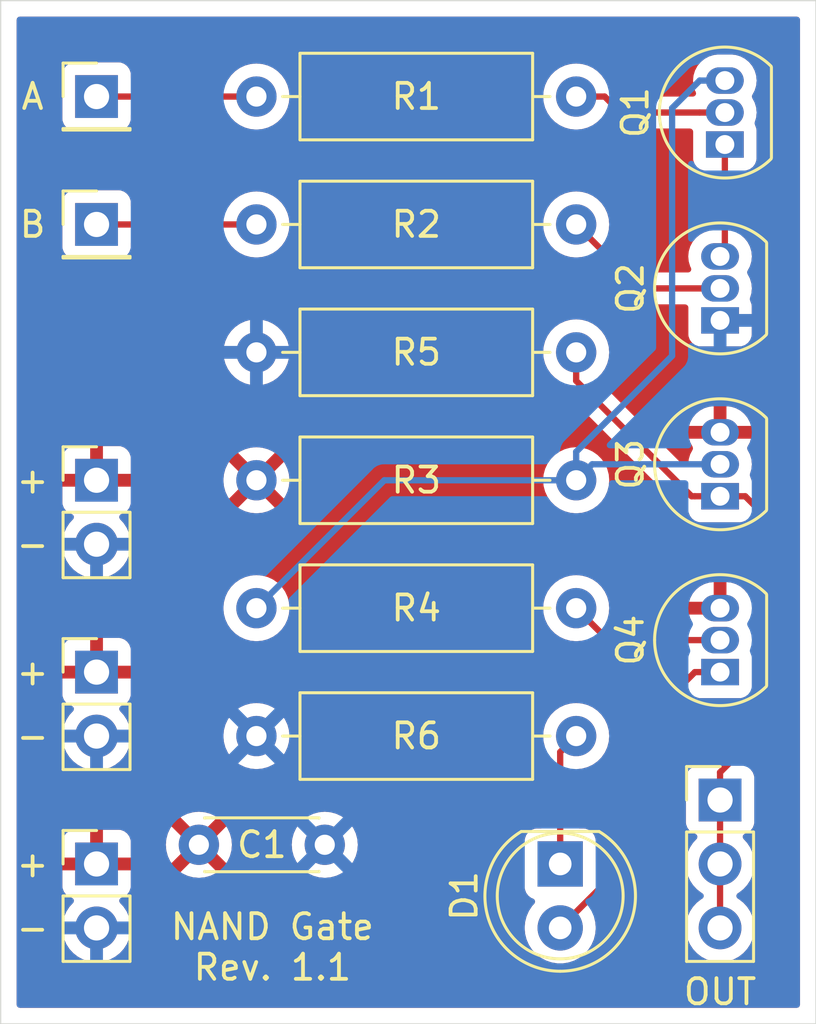
<source format=kicad_pcb>
(kicad_pcb (version 20221018) (generator pcbnew)
  (layers (0 "F.Cu" signal) (31 "B.Cu" signal) (34 "B.Paste" user) (35 "F.Paste" user) (36 "B.SilkS" user "B.Silkscreen") (37 "F.SilkS" user "F.Silkscreen") (38 "B.Mask" user) (39 "F.Mask" user) (44 "Edge.Cuts" user))
  (net 0 "")
  (net 1 "Net-(D1-K)")
  (net 2 "Net-(D1-A)")
  (net 3 "VCC")
  (net 4 "GND")
  (net 5 "Net-(J2-Pin_1)")
  (net 6 "Net-(J3-Pin_1)")
  (net 7 "Net-(J6-Pin_1)")
  (net 8 "Net-(Q1-B)")
  (net 9 "Net-(Q1-C)")
  (net 10 "Net-(Q1-E)")
  (net 11 "Net-(Q2-B)")
  (net 12 "Net-(Q4-B)")
  (footprint "Capacitor_THT:C_Disc_D4.3mm_W1.9mm_P5.00mm" (layer "F.Cu") (at 68.834 99.568)
    (fp_text reference "C1" (at 2.5 0) (layer "F.SilkS"))
    (fp_text value "0.1uF")
    (fp_line (start 0.23 -1.07) (end 0.23 -1.055) (stroke (width 0.12)) (layer "F.SilkS"))
    (fp_line (start 0.23 -1.07) (end 4.77 -1.07) (stroke (width 0.12)) (layer "F.SilkS"))
    (fp_line (start 0.23 1.055) (end 0.23 1.07) (stroke (width 0.12)) (layer "F.SilkS"))
    (fp_line (start 0.23 1.07) (end 4.77 1.07) (stroke (width 0.12)) (layer "F.SilkS"))
    (fp_line (start 4.77 -1.07) (end 4.77 -1.055) (stroke (width 0.12)) (layer "F.SilkS"))
    (fp_line (start 4.77 1.055) (end 4.77 1.07) (stroke (width 0.12)) (layer "F.SilkS"))
    (pad "1" thru_hole circle (at 0 0) (size 1.6 1.6) (drill 0.8) (layers "*.Cu" "*.Mask") (net 3 "VCC"))
    (pad "2" thru_hole circle (at 5 0) (size 1.6 1.6) (drill 0.8) (layers "*.Cu" "*.Mask") (net 4 "GND"))
  )
  (footprint "LED_THT:LED_D5.0mm" (layer "F.Cu") (at 83.185 100.33 -90)
    (fp_text reference "D1" (at 1.27 3.81 -90) (layer "F.SilkS"))
    (fp_text value "RED")
    (fp_line (start -1.29 -1.545) (end -1.29 1.545) (stroke (width 0.12)) (layer "F.SilkS"))
    (fp_arc (start -1.29 -1.54483) (mid 2.072002 -2.880433) (end 4.26 0.000462) (stroke (width 0.12)) (layer "F.SilkS"))
    (fp_arc (start 4.26 -0.000462) (mid 2.072002 2.880433) (end -1.29 1.54483) (stroke (width 0.12)) (layer "F.SilkS"))
    (fp_circle (center 1.27 0) (end 3.77 0) (stroke (width 0.12)) (fill none) (layer "F.SilkS"))
    (pad "1" thru_hole rect (at 0 0 270) (size 1.8 1.8) (drill 0.9) (layers "*.Cu" "*.Mask") (net 1 "Net-(D1-K)"))
    (pad "2" thru_hole circle (at 2.54 0 270) (size 1.8 1.8) (drill 0.9) (layers "*.Cu" "*.Mask") (net 2 "Net-(D1-A)"))
  )
  (footprint "Connector_PinHeader_2.54mm:PinHeader_1x02_P2.54mm_Vertical" (layer "F.Cu") (at 64.77 85.09)
    (fp_text reference "J1" hide)
    (fp_text value "Power")
    (fp_line (start -1.33 -1.33) (end 0 -1.33) (stroke (width 0.12)) (layer "F.SilkS"))
    (fp_line (start -1.33 0) (end -1.33 -1.33) (stroke (width 0.12)) (layer "F.SilkS"))
    (fp_line (start -1.33 1.27) (end -1.33 3.87) (stroke (width 0.12)) (layer "F.SilkS"))
    (fp_line (start -1.33 1.27) (end 1.33 1.27) (stroke (width 0.12)) (layer "F.SilkS"))
    (fp_line (start -1.33 3.87) (end 1.33 3.87) (stroke (width 0.12)) (layer "F.SilkS"))
    (fp_line (start 1.33 1.27) (end 1.33 3.87) (stroke (width 0.12)) (layer "F.SilkS"))
    (pad "1" thru_hole rect (at 0 0) (size 1.7 1.7) (drill 1) (layers "*.Cu" "*.Mask") (net 3 "VCC"))
    (pad "2" thru_hole oval (at 0 2.54) (size 1.7 1.7) (drill 1) (layers "*.Cu" "*.Mask") (net 4 "GND"))
  )
  (footprint "Connector_PinHeader_2.54mm:PinHeader_1x02_P2.54mm_Vertical" (layer "F.Cu") (at 64.77 92.71)
    (fp_text reference "J4" hide)
    (fp_text value "Power")
    (fp_line (start -1.33 -1.33) (end 0 -1.33) (stroke (width 0.12)) (layer "F.SilkS"))
    (fp_line (start -1.33 0) (end -1.33 -1.33) (stroke (width 0.12)) (layer "F.SilkS"))
    (fp_line (start -1.33 1.27) (end -1.33 3.87) (stroke (width 0.12)) (layer "F.SilkS"))
    (fp_line (start -1.33 1.27) (end 1.33 1.27) (stroke (width 0.12)) (layer "F.SilkS"))
    (fp_line (start -1.33 3.87) (end 1.33 3.87) (stroke (width 0.12)) (layer "F.SilkS"))
    (fp_line (start 1.33 1.27) (end 1.33 3.87) (stroke (width 0.12)) (layer "F.SilkS"))
    (pad "1" thru_hole rect (at 0 0) (size 1.7 1.7) (drill 1) (layers "*.Cu" "*.Mask") (net 3 "VCC"))
    (pad "2" thru_hole oval (at 0 2.54) (size 1.7 1.7) (drill 1) (layers "*.Cu" "*.Mask") (net 4 "GND"))
  )
  (footprint "Connector_PinHeader_2.54mm:PinHeader_1x02_P2.54mm_Vertical" (layer "F.Cu") (at 64.77 100.33)
    (fp_text reference "J5" hide)
    (fp_text value "Power")
    (fp_line (start -1.33 -1.33) (end 0 -1.33) (stroke (width 0.12)) (layer "F.SilkS"))
    (fp_line (start -1.33 0) (end -1.33 -1.33) (stroke (width 0.12)) (layer "F.SilkS"))
    (fp_line (start -1.33 1.27) (end -1.33 3.87) (stroke (width 0.12)) (layer "F.SilkS"))
    (fp_line (start -1.33 1.27) (end 1.33 1.27) (stroke (width 0.12)) (layer "F.SilkS"))
    (fp_line (start -1.33 3.87) (end 1.33 3.87) (stroke (width 0.12)) (layer "F.SilkS"))
    (fp_line (start 1.33 1.27) (end 1.33 3.87) (stroke (width 0.12)) (layer "F.SilkS"))
    (pad "1" thru_hole rect (at 0 0) (size 1.7 1.7) (drill 1) (layers "*.Cu" "*.Mask") (net 3 "VCC"))
    (pad "2" thru_hole oval (at 0 2.54) (size 1.7 1.7) (drill 1) (layers "*.Cu" "*.Mask") (net 4 "GND"))
  )
  (footprint "Package_TO_SOT_THT:TO-92_Inline" (layer "F.Cu") (at 89.725001 71.755 90)
    (fp_text reference "Q1" (at 1.27 -3.56 90) (layer "F.SilkS"))
    (fp_text value "2N2222")
    (fp_line (start -0.53 1.85) (end 3.07 1.85) (stroke (width 0.12)) (layer "F.SilkS"))
    (fp_arc (start -0.568478 1.838478) (mid -1.132087 -0.994977) (end 1.27 -2.6) (stroke (width 0.12)) (layer "F.SilkS"))
    (fp_arc (start 1.27 -2.6) (mid 3.672087 -0.994977) (end 3.108478 1.838478) (stroke (width 0.12)) (layer "F.SilkS"))
    (pad "1" thru_hole rect (at 0 0 90) (size 1.05 1.5) (drill 0.75) (layers "*.Cu" "*.Mask") (net 10 "Net-(Q1-E)"))
    (pad "2" thru_hole oval (at 1.27 0 90) (size 1.05 1.5) (drill 0.75) (layers "*.Cu" "*.Mask") (net 8 "Net-(Q1-B)"))
    (pad "3" thru_hole oval (at 2.54 0 90) (size 1.05 1.5) (drill 0.75) (layers "*.Cu" "*.Mask") (net 9 "Net-(Q1-C)"))
  )
  (footprint "Package_TO_SOT_THT:TO-92_Inline" (layer "F.Cu") (at 89.535 78.74 90)
    (fp_text reference "Q2" (at 1.27 -3.56 90) (layer "F.SilkS"))
    (fp_text value "2N2222")
    (fp_line (start -0.53 1.85) (end 3.07 1.85) (stroke (width 0.12)) (layer "F.SilkS"))
    (fp_arc (start -0.568478 1.838478) (mid -1.132087 -0.994977) (end 1.27 -2.6) (stroke (width 0.12)) (layer "F.SilkS"))
    (fp_arc (start 1.27 -2.6) (mid 3.672087 -0.994977) (end 3.108478 1.838478) (stroke (width 0.12)) (layer "F.SilkS"))
    (pad "1" thru_hole rect (at 0 0 90) (size 1.05 1.5) (drill 0.75) (layers "*.Cu" "*.Mask") (net 4 "GND"))
    (pad "2" thru_hole oval (at 1.27 0 90) (size 1.05 1.5) (drill 0.75) (layers "*.Cu" "*.Mask") (net 11 "Net-(Q2-B)"))
    (pad "3" thru_hole oval (at 2.54 0 90) (size 1.05 1.5) (drill 0.75) (layers "*.Cu" "*.Mask") (net 10 "Net-(Q1-E)"))
  )
  (footprint "Package_TO_SOT_THT:TO-92_Inline" (layer "F.Cu") (at 89.535 85.725 90)
    (fp_text reference "Q3" (at 1.27 -3.56 90) (layer "F.SilkS"))
    (fp_text value "2N2222")
    (fp_line (start -0.53 1.85) (end 3.07 1.85) (stroke (width 0.12)) (layer "F.SilkS"))
    (fp_arc (start -0.568478 1.838478) (mid -1.132087 -0.994977) (end 1.27 -2.6) (stroke (width 0.12)) (layer "F.SilkS"))
    (fp_arc (start 1.27 -2.6) (mid 3.672087 -0.994977) (end 3.108478 1.838478) (stroke (width 0.12)) (layer "F.SilkS"))
    (pad "1" thru_hole rect (at 0 0 90) (size 1.05 1.5) (drill 0.75) (layers "*.Cu" "*.Mask") (net 7 "Net-(J6-Pin_1)"))
    (pad "2" thru_hole oval (at 1.27 0 90) (size 1.05 1.5) (drill 0.75) (layers "*.Cu" "*.Mask") (net 9 "Net-(Q1-C)"))
    (pad "3" thru_hole oval (at 2.54 0 90) (size 1.05 1.5) (drill 0.75) (layers "*.Cu" "*.Mask") (net 3 "VCC"))
  )
  (footprint "Package_TO_SOT_THT:TO-92_Inline" (layer "F.Cu") (at 89.535 92.71 90)
    (fp_text reference "Q4" (at 1.27 -3.56 90) (layer "F.SilkS"))
    (fp_text value "2N2222")
    (fp_line (start -0.53 1.85) (end 3.07 1.85) (stroke (width 0.12)) (layer "F.SilkS"))
    (fp_arc (start -0.568478 1.838478) (mid -1.132087 -0.994977) (end 1.27 -2.6) (stroke (width 0.12)) (layer "F.SilkS"))
    (fp_arc (start 1.27 -2.6) (mid 3.672087 -0.994977) (end 3.108478 1.838478) (stroke (width 0.12)) (layer "F.SilkS"))
    (pad "1" thru_hole rect (at 0 0 90) (size 1.05 1.5) (drill 0.75) (layers "*.Cu" "*.Mask") (net 2 "Net-(D1-A)"))
    (pad "2" thru_hole oval (at 1.27 0 90) (size 1.05 1.5) (drill 0.75) (layers "*.Cu" "*.Mask") (net 12 "Net-(Q4-B)"))
    (pad "3" thru_hole oval (at 2.54 0 90) (size 1.05 1.5) (drill 0.75) (layers "*.Cu" "*.Mask") (net 3 "VCC"))
  )
  (footprint "Resistor_THT:R_Axial_DIN0309_L9.0mm_D3.2mm_P12.70mm_Horizontal" (layer "F.Cu") (at 83.82 69.85 180)
    (fp_text reference "R1" (at 6.35 0) (layer "F.SilkS"))
    (fp_text value "10K")
    (fp_line (start 1.04 0) (end 1.73 0) (stroke (width 0.12)) (layer "F.SilkS"))
    (fp_line (start 1.73 -1.72) (end 1.73 1.72) (stroke (width 0.12)) (layer "F.SilkS"))
    (fp_line (start 1.73 1.72) (end 10.97 1.72) (stroke (width 0.12)) (layer "F.SilkS"))
    (fp_line (start 10.97 -1.72) (end 1.73 -1.72) (stroke (width 0.12)) (layer "F.SilkS"))
    (fp_line (start 10.97 1.72) (end 10.97 -1.72) (stroke (width 0.12)) (layer "F.SilkS"))
    (fp_line (start 11.66 0) (end 10.97 0) (stroke (width 0.12)) (layer "F.SilkS"))
    (pad "1" thru_hole circle (at 0 0 180) (size 1.6 1.6) (drill 0.8) (layers "*.Cu" "*.Mask") (net 8 "Net-(Q1-B)"))
    (pad "2" thru_hole oval (at 12.7 0 180) (size 1.6 1.6) (drill 0.8) (layers "*.Cu" "*.Mask") (net 5 "Net-(J2-Pin_1)"))
  )
  (footprint "Resistor_THT:R_Axial_DIN0309_L9.0mm_D3.2mm_P12.70mm_Horizontal" (layer "F.Cu") (at 83.82 74.93 180)
    (fp_text reference "R2" (at 6.35 0) (layer "F.SilkS"))
    (fp_text value "10K")
    (fp_line (start 1.04 0) (end 1.73 0) (stroke (width 0.12)) (layer "F.SilkS"))
    (fp_line (start 1.73 -1.72) (end 1.73 1.72) (stroke (width 0.12)) (layer "F.SilkS"))
    (fp_line (start 1.73 1.72) (end 10.97 1.72) (stroke (width 0.12)) (layer "F.SilkS"))
    (fp_line (start 10.97 -1.72) (end 1.73 -1.72) (stroke (width 0.12)) (layer "F.SilkS"))
    (fp_line (start 10.97 1.72) (end 10.97 -1.72) (stroke (width 0.12)) (layer "F.SilkS"))
    (fp_line (start 11.66 0) (end 10.97 0) (stroke (width 0.12)) (layer "F.SilkS"))
    (pad "1" thru_hole circle (at 0 0 180) (size 1.6 1.6) (drill 0.8) (layers "*.Cu" "*.Mask") (net 11 "Net-(Q2-B)"))
    (pad "2" thru_hole oval (at 12.7 0 180) (size 1.6 1.6) (drill 0.8) (layers "*.Cu" "*.Mask") (net 6 "Net-(J3-Pin_1)"))
  )
  (footprint "Resistor_THT:R_Axial_DIN0309_L9.0mm_D3.2mm_P12.70mm_Horizontal" (layer "F.Cu") (at 71.12 85.09)
    (fp_text reference "R3" (at 6.35 0) (layer "F.SilkS"))
    (fp_text value "1K")
    (fp_line (start 1.04 0) (end 1.73 0) (stroke (width 0.12)) (layer "F.SilkS"))
    (fp_line (start 1.73 -1.72) (end 1.73 1.72) (stroke (width 0.12)) (layer "F.SilkS"))
    (fp_line (start 1.73 1.72) (end 10.97 1.72) (stroke (width 0.12)) (layer "F.SilkS"))
    (fp_line (start 10.97 -1.72) (end 1.73 -1.72) (stroke (width 0.12)) (layer "F.SilkS"))
    (fp_line (start 10.97 1.72) (end 10.97 -1.72) (stroke (width 0.12)) (layer "F.SilkS"))
    (fp_line (start 11.66 0) (end 10.97 0) (stroke (width 0.12)) (layer "F.SilkS"))
    (pad "1" thru_hole circle (at 0 0) (size 1.6 1.6) (drill 0.8) (layers "*.Cu" "*.Mask") (net 3 "VCC"))
    (pad "2" thru_hole oval (at 12.7 0) (size 1.6 1.6) (drill 0.8) (layers "*.Cu" "*.Mask") (net 9 "Net-(Q1-C)"))
  )
  (footprint "Resistor_THT:R_Axial_DIN0309_L9.0mm_D3.2mm_P12.70mm_Horizontal" (layer "F.Cu") (at 83.82 90.17 180)
    (fp_text reference "R4" (at 6.35 0) (layer "F.SilkS"))
    (fp_text value "10K")
    (fp_line (start 1.04 0) (end 1.73 0) (stroke (width 0.12)) (layer "F.SilkS"))
    (fp_line (start 1.73 -1.72) (end 1.73 1.72) (stroke (width 0.12)) (layer "F.SilkS"))
    (fp_line (start 1.73 1.72) (end 10.97 1.72) (stroke (width 0.12)) (layer "F.SilkS"))
    (fp_line (start 10.97 -1.72) (end 1.73 -1.72) (stroke (width 0.12)) (layer "F.SilkS"))
    (fp_line (start 10.97 1.72) (end 10.97 -1.72) (stroke (width 0.12)) (layer "F.SilkS"))
    (fp_line (start 11.66 0) (end 10.97 0) (stroke (width 0.12)) (layer "F.SilkS"))
    (pad "1" thru_hole circle (at 0 0 180) (size 1.6 1.6) (drill 0.8) (layers "*.Cu" "*.Mask") (net 12 "Net-(Q4-B)"))
    (pad "2" thru_hole oval (at 12.7 0 180) (size 1.6 1.6) (drill 0.8) (layers "*.Cu" "*.Mask") (net 9 "Net-(Q1-C)"))
  )
  (footprint "Resistor_THT:R_Axial_DIN0309_L9.0mm_D3.2mm_P12.70mm_Horizontal" (layer "F.Cu") (at 83.82 80.01 180)
    (fp_text reference "R5" (at 6.35 0) (layer "F.SilkS"))
    (fp_text value "1K")
    (fp_line (start 1.04 0) (end 1.73 0) (stroke (width 0.12)) (layer "F.SilkS"))
    (fp_line (start 1.73 -1.72) (end 1.73 1.72) (stroke (width 0.12)) (layer "F.SilkS"))
    (fp_line (start 1.73 1.72) (end 10.97 1.72) (stroke (width 0.12)) (layer "F.SilkS"))
    (fp_line (start 10.97 -1.72) (end 1.73 -1.72) (stroke (width 0.12)) (layer "F.SilkS"))
    (fp_line (start 10.97 1.72) (end 10.97 -1.72) (stroke (width 0.12)) (layer "F.SilkS"))
    (fp_line (start 11.66 0) (end 10.97 0) (stroke (width 0.12)) (layer "F.SilkS"))
    (pad "1" thru_hole circle (at 0 0 180) (size 1.6 1.6) (drill 0.8) (layers "*.Cu" "*.Mask") (net 7 "Net-(J6-Pin_1)"))
    (pad "2" thru_hole oval (at 12.7 0 180) (size 1.6 1.6) (drill 0.8) (layers "*.Cu" "*.Mask") (net 4 "GND"))
  )
  (footprint "Resistor_THT:R_Axial_DIN0309_L9.0mm_D3.2mm_P12.70mm_Horizontal" (layer "F.Cu") (at 71.12 95.25)
    (fp_text reference "R6" (at 6.35 0) (layer "F.SilkS"))
    (fp_text value "1K")
    (fp_line (start 1.04 0) (end 1.73 0) (stroke (width 0.12)) (layer "F.SilkS"))
    (fp_line (start 1.73 -1.72) (end 1.73 1.72) (stroke (width 0.12)) (layer "F.SilkS"))
    (fp_line (start 1.73 1.72) (end 10.97 1.72) (stroke (width 0.12)) (layer "F.SilkS"))
    (fp_line (start 10.97 -1.72) (end 1.73 -1.72) (stroke (width 0.12)) (layer "F.SilkS"))
    (fp_line (start 10.97 1.72) (end 10.97 -1.72) (stroke (width 0.12)) (layer "F.SilkS"))
    (fp_line (start 11.66 0) (end 10.97 0) (stroke (width 0.12)) (layer "F.SilkS"))
    (pad "1" thru_hole circle (at 0 0) (size 1.6 1.6) (drill 0.8) (layers "*.Cu" "*.Mask") (net 4 "GND"))
    (pad "2" thru_hole oval (at 12.7 0) (size 1.6 1.6) (drill 0.8) (layers "*.Cu" "*.Mask") (net 1 "Net-(D1-K)"))
  )
  (footprint "Connector_PinHeader_2.54mm:PinHeader_1x01_P2.54mm_Vertical" (layer "F.Cu") (at 64.77 74.93)
    (fp_text reference "J3" hide)
    (fp_text value "B" (at -2.54 0) (layer "F.SilkS"))
    (fp_line (start -1.33 -1.33) (end 0 -1.33) (stroke (width 0.12)) (layer "F.SilkS"))
    (fp_line (start -1.33 0) (end -1.33 -1.33) (stroke (width 0.12)) (layer "F.SilkS"))
    (fp_line (start -1.33 1.27) (end -1.33 1.33) (stroke (width 0.12)) (layer "F.SilkS"))
    (fp_line (start -1.33 1.27) (end 1.33 1.27) (stroke (width 0.12)) (layer "F.SilkS"))
    (fp_line (start -1.33 1.33) (end 1.33 1.33) (stroke (width 0.12)) (layer "F.SilkS"))
    (fp_line (start 1.33 1.27) (end 1.33 1.33) (stroke (width 0.12)) (layer "F.SilkS"))
    (pad "1" thru_hole rect (at 0 0) (size 1.7 1.7) (drill 1) (layers "*.Cu" "*.Mask") (net 6 "Net-(J3-Pin_1)"))
  )
  (footprint "Connector_PinHeader_2.54mm:PinHeader_1x01_P2.54mm_Vertical" (layer "F.Cu") (at 64.77 69.85)
    (fp_text reference "J2" hide)
    (fp_text value "A" (at -2.54 0) (layer "F.SilkS"))
    (fp_line (start -1.33 -1.33) (end 0 -1.33) (stroke (width 0.12)) (layer "F.SilkS"))
    (fp_line (start -1.33 0) (end -1.33 -1.33) (stroke (width 0.12)) (layer "F.SilkS"))
    (fp_line (start -1.33 1.27) (end -1.33 1.33) (stroke (width 0.12)) (layer "F.SilkS"))
    (fp_line (start -1.33 1.27) (end 1.33 1.27) (stroke (width 0.12)) (layer "F.SilkS"))
    (fp_line (start -1.33 1.33) (end 1.33 1.33) (stroke (width 0.12)) (layer "F.SilkS"))
    (fp_line (start 1.33 1.27) (end 1.33 1.33) (stroke (width 0.12)) (layer "F.SilkS"))
    (pad "1" thru_hole rect (at 0 0) (size 1.7 1.7) (drill 1) (layers "*.Cu" "*.Mask") (net 5 "Net-(J2-Pin_1)"))
  )
  (footprint "Connector_PinHeader_2.54mm:PinHeader_1x03_P2.54mm_Vertical" (layer "F.Cu") (at 89.535 97.79)
    (fp_text reference "J6" hide)
    (fp_text value "OUT" (at 0 7.62) (layer "F.SilkS"))
    (fp_line (start -1.33 -1.33) (end 0 -1.33) (stroke (width 0.12)) (layer "F.SilkS"))
    (fp_line (start -1.33 0) (end -1.33 -1.33) (stroke (width 0.12)) (layer "F.SilkS"))
    (fp_line (start -1.33 1.27) (end -1.33 6.41) (stroke (width 0.12)) (layer "F.SilkS"))
    (fp_line (start -1.33 1.27) (end 1.33 1.27) (stroke (width 0.12)) (layer "F.SilkS"))
    (fp_line (start -1.33 6.41) (end 1.33 6.41) (stroke (width 0.12)) (layer "F.SilkS"))
    (fp_line (start 1.33 1.27) (end 1.33 6.41) (stroke (width 0.12)) (layer "F.SilkS"))
    (pad "1" thru_hole rect (at 0 0) (size 1.7 1.7) (drill 1) (layers "*.Cu" "*.Mask") (net 7 "Net-(J6-Pin_1)"))
    (pad "2" thru_hole oval (at 0 2.54) (size 1.7 1.7) (drill 1) (layers "*.Cu" "*.Mask") (net 7 "Net-(J6-Pin_1)"))
    (pad "3" thru_hole oval (at 0 5.08) (size 1.7 1.7) (drill 1) (layers "*.Cu" "*.Mask") (net 7 "Net-(J6-Pin_1)"))
  )
  (gr_line (start 93.345 66.04) (end 60.96 66.04) (stroke (width 0.05)) (layer "Edge.Cuts"))
  (gr_line (start 60.96 66.04) (end 60.96 106.68) (stroke (width 0.05)) (layer "Edge.Cuts"))
  (gr_line (start 60.96 106.68) (end 93.345 106.68) (stroke (width 0.05)) (layer "Edge.Cuts"))
  (gr_line (start 93.345 106.68) (end 93.345 66.04) (stroke (width 0.05)) (layer "Edge.Cuts"))
  (gr_text "-" (at 62.23 95.25) (layer "F.SilkS") (effects (font (size 1 1))))
  (gr_text "+" (at 62.23 100.33) (layer "F.SilkS") (effects (font (size 1 1))))
  (gr_text "-" (at 62.23 87.63) (layer "F.SilkS") (effects (font (size 1 1))))
  (gr_text "+" (at 62.23 85.09) (layer "F.SilkS") (effects (font (size 1 1))))
  (gr_text "+" (at 62.23 92.71) (layer "F.SilkS") (effects (font (size 1 1))))
  (gr_text "-" (at 62.23 102.87) (layer "F.SilkS") (effects (font (size 1 1))))
  (gr_text "NAND Gate\nRev. 1.1" (at 71.755 103.632) (layer "F.SilkS") (effects (font (size 1 1))))
  (segment (start 83.82 95.25) (end 83.185 95.885) (width 0.25) (layer "F.Cu") (net 1))
  (segment (start 83.185 95.885) (end 83.185 100.33) (width 0.25) (layer "F.Cu") (net 1))
  (segment (start 88.535 92.71) (end 89.535 92.71) (width 0.25) (layer "F.Cu") (net 2))
  (segment (start 86.36 94.885) (end 88.535 92.71) (width 0.25) (layer "F.Cu") (net 2))
  (segment (start 83.185 102.87) (end 86.36 99.695) (width 0.25) (layer "F.Cu") (net 2))
  (segment (start 86.36 99.695) (end 86.36 94.885) (width 0.25) (layer "F.Cu") (net 2))
  (segment (start 65.405 69.85) (end 71.12 69.85) (width 0.25) (layer "F.Cu") (net 5))
  (segment (start 65.405 74.93) (end 71.12 74.93) (width 0.25) (layer "F.Cu") (net 6))
  (segment (start 89.535 100.33) (end 89.535 97.79) (width 0.25) (layer "F.Cu") (net 7))
  (segment (start 88.535 85.725) (end 89.535 85.725) (width 0.25) (layer "F.Cu") (net 7))
  (segment (start 83.82 80.01) (end 83.82 81.14137) (width 0.25) (layer "F.Cu") (net 7))
  (segment (start 83.82 81.14137) (end 88.40363 85.725) (width 0.25) (layer "F.Cu") (net 7))
  (segment (start 90.535 85.725) (end 89.535 85.725) (width 0.25) (layer "F.Cu") (net 7))
  (segment (start 91.44 94.785) (end 91.44 86.63) (width 0.25) (layer "F.Cu") (net 7))
  (segment (start 89.535 97.79) (end 89.535 96.69) (width 0.25) (layer "F.Cu") (net 7))
  (segment (start 91.44 86.63) (end 90.535 85.725) (width 0.25) (layer "F.Cu") (net 7))
  (segment (start 89.535 102.87) (end 89.535 100.33) (width 0.25) (layer "F.Cu") (net 7))
  (segment (start 88.40363 85.725) (end 88.535 85.725) (width 0.25) (layer "F.Cu") (net 7))
  (segment (start 89.535 96.69) (end 91.44 94.785) (width 0.25) (layer "F.Cu") (net 7))
  (segment (start 88.725001 70.485) (end 89.725001 70.485) (width 0.25) (layer "F.Cu") (net 8))
  (segment (start 84.95137 69.85) (end 85.58637 70.485) (width 0.25) (layer "F.Cu") (net 8))
  (segment (start 83.82 69.85) (end 84.95137 69.85) (width 0.25) (layer "F.Cu") (net 8))
  (segment (start 85.58637 70.485) (end 88.725001 70.485) (width 0.25) (layer "F.Cu") (net 8))
  (segment (start 87.63 70.310001) (end 88.725001 69.215) (width 0.25) (layer "B.Cu") (net 9))
  (segment (start 87.63 80.14863) (end 87.63 70.310001) (width 0.25) (layer "B.Cu") (net 9))
  (segment (start 83.82 85.09) (end 83.82 83.95863) (width 0.25) (layer "B.Cu") (net 9))
  (segment (start 83.82 83.95863) (end 87.63 80.14863) (width 0.25) (layer "B.Cu") (net 9))
  (segment (start 89.535 84.455) (end 84.455 84.455) (width 0.25) (layer "B.Cu") (net 9))
  (segment (start 83.82 85.09) (end 76.2 85.09) (width 0.25) (layer "B.Cu") (net 9))
  (segment (start 84.455 84.455) (end 83.82 85.09) (width 0.25) (layer "B.Cu") (net 9))
  (segment (start 76.2 85.09) (end 71.12 90.17) (width 0.25) (layer "B.Cu") (net 9))
  (segment (start 88.725001 69.215) (end 89.725001 69.215) (width 0.25) (layer "B.Cu") (net 9))
  (segment (start 89.725001 76.009999) (end 89.535 76.2) (width 0.25) (layer "F.Cu") (net 10))
  (segment (start 89.725001 71.755) (end 89.725001 76.009999) (width 0.25) (layer "F.Cu") (net 10))
  (segment (start 83.82 74.93) (end 86.36 77.47) (width 0.25) (layer "F.Cu") (net 11))
  (segment (start 86.36 77.47) (end 89.535 77.47) (width 0.25) (layer "F.Cu") (net 11))
  (segment (start 83.82 90.17) (end 85.09 91.44) (width 0.25) (layer "F.Cu") (net 12))
  (segment (start 85.09 91.44) (end 89.535 91.44) (width 0.25) (layer "F.Cu") (net 12))
  (zone (net 3) (net_name "VCC") (layer "F.Cu") (connect_pads (clearance 0.508)) (min_thickness 0.254) (fill yes (thermal_gap 0.508) (thermal_bridge_width 0.508))
    (polygon (pts (xy 92.71 106.045) (xy 61.595 106.045) (xy 61.595 66.675) (xy 92.71 66.675)))
  )
  (zone (net 4) (net_name "GND") (layer "B.Cu") (connect_pads (clearance 0.508)) (min_thickness 0.254) (fill yes (thermal_gap 0.508) (thermal_bridge_width 0.508))
    (polygon (pts (xy 92.71 106.045) (xy 61.595 106.045) (xy 61.595 66.675) (xy 92.71 66.675)))
  )
)
</source>
